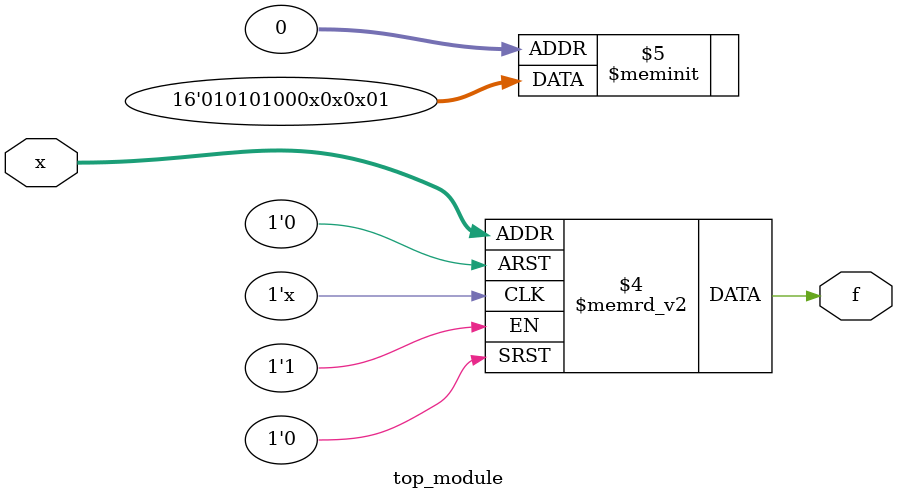
<source format=sv>
module top_module (
    input [4:1] x,
    output logic f
);

always_comb begin
    case(x)
        4'b0000, 4'b1010, 4'b1100, 4'b1110: f = 1'b1;
        4'b0001, 4'b0011, 4'b0101, 4'b0111, 4'b1000, 4'b1001, 4'b1011, 4'b1101, 4'b1111: f = 1'b0;
        default: f = 1'bx;
    endcase
end

endmodule

</source>
